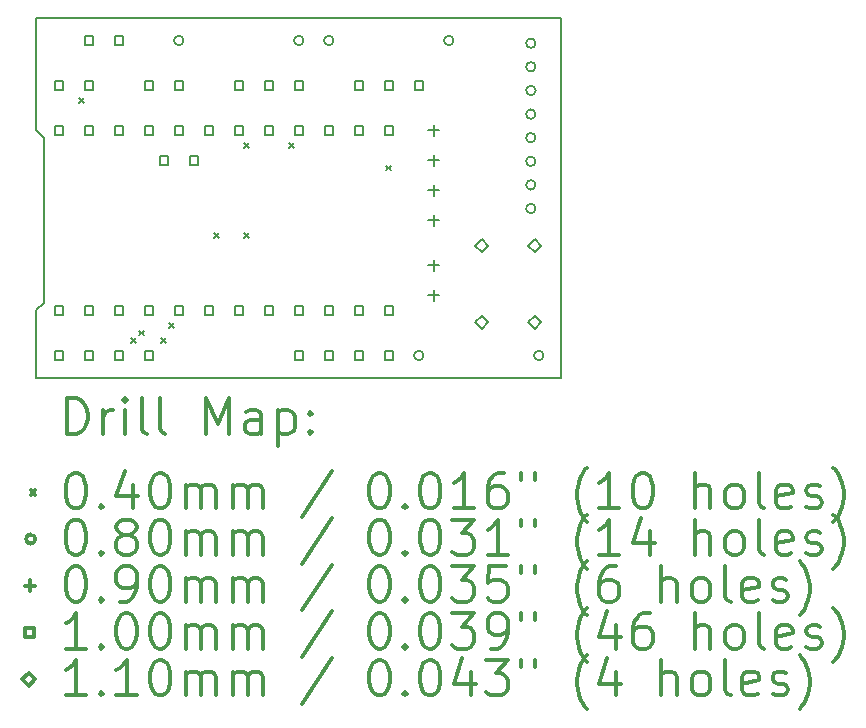
<source format=gbr>
%FSLAX45Y45*%
G04 Gerber Fmt 4.5, Leading zero omitted, Abs format (unit mm)*
G04 Created by KiCad (PCBNEW 4.0.7) date 05/11/18 23:43:44*
%MOMM*%
%LPD*%
G01*
G04 APERTURE LIST*
%ADD10C,0.127000*%
%ADD11C,0.150000*%
%ADD12C,0.200000*%
%ADD13C,0.300000*%
G04 APERTURE END LIST*
D10*
D11*
X10096500Y-5715000D02*
X10096500Y-4762500D01*
X10096500Y-4762500D02*
X14414500Y-4762500D01*
X10096500Y-7239000D02*
X10096500Y-7810500D01*
X10160000Y-5778500D02*
X10096500Y-5715000D01*
X10160000Y-7175500D02*
X10160000Y-5778500D01*
X10096500Y-7239000D02*
X10160000Y-7175500D01*
X14541500Y-7810500D02*
X10096500Y-7810500D01*
X14541500Y-4762500D02*
X14541500Y-7810500D01*
X14478000Y-4762500D02*
X14541500Y-4762500D01*
X14414500Y-4762500D02*
X14478000Y-4762500D01*
D12*
X10457500Y-5441000D02*
X10497500Y-5481000D01*
X10497500Y-5441000D02*
X10457500Y-5481000D01*
X10902000Y-7473000D02*
X10942000Y-7513000D01*
X10942000Y-7473000D02*
X10902000Y-7513000D01*
X10965500Y-7409500D02*
X11005500Y-7449500D01*
X11005500Y-7409500D02*
X10965500Y-7449500D01*
X11156000Y-7473000D02*
X11196000Y-7513000D01*
X11196000Y-7473000D02*
X11156000Y-7513000D01*
X11219500Y-7346000D02*
X11259500Y-7386000D01*
X11259500Y-7346000D02*
X11219500Y-7386000D01*
X11600500Y-6584000D02*
X11640500Y-6624000D01*
X11640500Y-6584000D02*
X11600500Y-6624000D01*
X11854500Y-5822000D02*
X11894500Y-5862000D01*
X11894500Y-5822000D02*
X11854500Y-5862000D01*
X11854500Y-6584000D02*
X11894500Y-6624000D01*
X11894500Y-6584000D02*
X11854500Y-6624000D01*
X12235500Y-5822000D02*
X12275500Y-5862000D01*
X12275500Y-5822000D02*
X12235500Y-5862000D01*
X13061000Y-6012500D02*
X13101000Y-6052500D01*
X13101000Y-6012500D02*
X13061000Y-6052500D01*
X11343000Y-4953000D02*
G75*
G03X11343000Y-4953000I-40000J0D01*
G01*
X12359000Y-4953000D02*
G75*
G03X12359000Y-4953000I-40000J0D01*
G01*
X12613000Y-4953000D02*
G75*
G03X12613000Y-4953000I-40000J0D01*
G01*
X13375000Y-7620000D02*
G75*
G03X13375000Y-7620000I-40000J0D01*
G01*
X13629000Y-4953000D02*
G75*
G03X13629000Y-4953000I-40000J0D01*
G01*
X14323500Y-4976000D02*
G75*
G03X14323500Y-4976000I-40000J0D01*
G01*
X14323500Y-5176000D02*
G75*
G03X14323500Y-5176000I-40000J0D01*
G01*
X14323500Y-5376000D02*
G75*
G03X14323500Y-5376000I-40000J0D01*
G01*
X14323500Y-5576000D02*
G75*
G03X14323500Y-5576000I-40000J0D01*
G01*
X14323500Y-5776000D02*
G75*
G03X14323500Y-5776000I-40000J0D01*
G01*
X14323500Y-5976000D02*
G75*
G03X14323500Y-5976000I-40000J0D01*
G01*
X14323500Y-6176000D02*
G75*
G03X14323500Y-6176000I-40000J0D01*
G01*
X14323500Y-6376000D02*
G75*
G03X14323500Y-6376000I-40000J0D01*
G01*
X14391000Y-7620000D02*
G75*
G03X14391000Y-7620000I-40000J0D01*
G01*
X13462000Y-5670000D02*
X13462000Y-5760000D01*
X13417000Y-5715000D02*
X13507000Y-5715000D01*
X13462000Y-5924000D02*
X13462000Y-6014000D01*
X13417000Y-5969000D02*
X13507000Y-5969000D01*
X13462000Y-6178000D02*
X13462000Y-6268000D01*
X13417000Y-6223000D02*
X13507000Y-6223000D01*
X13462000Y-6432000D02*
X13462000Y-6522000D01*
X13417000Y-6477000D02*
X13507000Y-6477000D01*
X13462000Y-6813000D02*
X13462000Y-6903000D01*
X13417000Y-6858000D02*
X13507000Y-6858000D01*
X13462000Y-7067000D02*
X13462000Y-7157000D01*
X13417000Y-7112000D02*
X13507000Y-7112000D01*
X10322356Y-5369356D02*
X10322356Y-5298644D01*
X10251644Y-5298644D01*
X10251644Y-5369356D01*
X10322356Y-5369356D01*
X10322356Y-5750356D02*
X10322356Y-5679644D01*
X10251644Y-5679644D01*
X10251644Y-5750356D01*
X10322356Y-5750356D01*
X10322356Y-7274356D02*
X10322356Y-7203644D01*
X10251644Y-7203644D01*
X10251644Y-7274356D01*
X10322356Y-7274356D01*
X10322356Y-7655356D02*
X10322356Y-7584644D01*
X10251644Y-7584644D01*
X10251644Y-7655356D01*
X10322356Y-7655356D01*
X10576356Y-4988356D02*
X10576356Y-4917644D01*
X10505644Y-4917644D01*
X10505644Y-4988356D01*
X10576356Y-4988356D01*
X10576356Y-5369356D02*
X10576356Y-5298644D01*
X10505644Y-5298644D01*
X10505644Y-5369356D01*
X10576356Y-5369356D01*
X10576356Y-5750356D02*
X10576356Y-5679644D01*
X10505644Y-5679644D01*
X10505644Y-5750356D01*
X10576356Y-5750356D01*
X10576356Y-7274356D02*
X10576356Y-7203644D01*
X10505644Y-7203644D01*
X10505644Y-7274356D01*
X10576356Y-7274356D01*
X10576356Y-7655356D02*
X10576356Y-7584644D01*
X10505644Y-7584644D01*
X10505644Y-7655356D01*
X10576356Y-7655356D01*
X10830356Y-4988356D02*
X10830356Y-4917644D01*
X10759644Y-4917644D01*
X10759644Y-4988356D01*
X10830356Y-4988356D01*
X10830356Y-5750356D02*
X10830356Y-5679644D01*
X10759644Y-5679644D01*
X10759644Y-5750356D01*
X10830356Y-5750356D01*
X10830356Y-7274356D02*
X10830356Y-7203644D01*
X10759644Y-7203644D01*
X10759644Y-7274356D01*
X10830356Y-7274356D01*
X10830356Y-7655356D02*
X10830356Y-7584644D01*
X10759644Y-7584644D01*
X10759644Y-7655356D01*
X10830356Y-7655356D01*
X11084356Y-5369356D02*
X11084356Y-5298644D01*
X11013644Y-5298644D01*
X11013644Y-5369356D01*
X11084356Y-5369356D01*
X11084356Y-5750356D02*
X11084356Y-5679644D01*
X11013644Y-5679644D01*
X11013644Y-5750356D01*
X11084356Y-5750356D01*
X11084356Y-7274356D02*
X11084356Y-7203644D01*
X11013644Y-7203644D01*
X11013644Y-7274356D01*
X11084356Y-7274356D01*
X11084356Y-7655356D02*
X11084356Y-7584644D01*
X11013644Y-7584644D01*
X11013644Y-7655356D01*
X11084356Y-7655356D01*
X11211356Y-6004356D02*
X11211356Y-5933644D01*
X11140644Y-5933644D01*
X11140644Y-6004356D01*
X11211356Y-6004356D01*
X11338356Y-5369356D02*
X11338356Y-5298644D01*
X11267644Y-5298644D01*
X11267644Y-5369356D01*
X11338356Y-5369356D01*
X11338356Y-5750356D02*
X11338356Y-5679644D01*
X11267644Y-5679644D01*
X11267644Y-5750356D01*
X11338356Y-5750356D01*
X11338356Y-7274356D02*
X11338356Y-7203644D01*
X11267644Y-7203644D01*
X11267644Y-7274356D01*
X11338356Y-7274356D01*
X11465356Y-6004356D02*
X11465356Y-5933644D01*
X11394644Y-5933644D01*
X11394644Y-6004356D01*
X11465356Y-6004356D01*
X11592356Y-5750356D02*
X11592356Y-5679644D01*
X11521644Y-5679644D01*
X11521644Y-5750356D01*
X11592356Y-5750356D01*
X11592356Y-7274356D02*
X11592356Y-7203644D01*
X11521644Y-7203644D01*
X11521644Y-7274356D01*
X11592356Y-7274356D01*
X11846356Y-5369356D02*
X11846356Y-5298644D01*
X11775644Y-5298644D01*
X11775644Y-5369356D01*
X11846356Y-5369356D01*
X11846356Y-5750356D02*
X11846356Y-5679644D01*
X11775644Y-5679644D01*
X11775644Y-5750356D01*
X11846356Y-5750356D01*
X11846356Y-7274356D02*
X11846356Y-7203644D01*
X11775644Y-7203644D01*
X11775644Y-7274356D01*
X11846356Y-7274356D01*
X12100356Y-5369356D02*
X12100356Y-5298644D01*
X12029644Y-5298644D01*
X12029644Y-5369356D01*
X12100356Y-5369356D01*
X12100356Y-5750356D02*
X12100356Y-5679644D01*
X12029644Y-5679644D01*
X12029644Y-5750356D01*
X12100356Y-5750356D01*
X12100356Y-7274356D02*
X12100356Y-7203644D01*
X12029644Y-7203644D01*
X12029644Y-7274356D01*
X12100356Y-7274356D01*
X12354356Y-5369356D02*
X12354356Y-5298644D01*
X12283644Y-5298644D01*
X12283644Y-5369356D01*
X12354356Y-5369356D01*
X12354356Y-5750356D02*
X12354356Y-5679644D01*
X12283644Y-5679644D01*
X12283644Y-5750356D01*
X12354356Y-5750356D01*
X12354356Y-7274356D02*
X12354356Y-7203644D01*
X12283644Y-7203644D01*
X12283644Y-7274356D01*
X12354356Y-7274356D01*
X12354356Y-7655356D02*
X12354356Y-7584644D01*
X12283644Y-7584644D01*
X12283644Y-7655356D01*
X12354356Y-7655356D01*
X12608356Y-5750356D02*
X12608356Y-5679644D01*
X12537644Y-5679644D01*
X12537644Y-5750356D01*
X12608356Y-5750356D01*
X12608356Y-7274356D02*
X12608356Y-7203644D01*
X12537644Y-7203644D01*
X12537644Y-7274356D01*
X12608356Y-7274356D01*
X12608356Y-7655356D02*
X12608356Y-7584644D01*
X12537644Y-7584644D01*
X12537644Y-7655356D01*
X12608356Y-7655356D01*
X12862356Y-5369356D02*
X12862356Y-5298644D01*
X12791644Y-5298644D01*
X12791644Y-5369356D01*
X12862356Y-5369356D01*
X12862356Y-5750356D02*
X12862356Y-5679644D01*
X12791644Y-5679644D01*
X12791644Y-5750356D01*
X12862356Y-5750356D01*
X12862356Y-7274356D02*
X12862356Y-7203644D01*
X12791644Y-7203644D01*
X12791644Y-7274356D01*
X12862356Y-7274356D01*
X12862356Y-7655356D02*
X12862356Y-7584644D01*
X12791644Y-7584644D01*
X12791644Y-7655356D01*
X12862356Y-7655356D01*
X13116356Y-5369356D02*
X13116356Y-5298644D01*
X13045644Y-5298644D01*
X13045644Y-5369356D01*
X13116356Y-5369356D01*
X13116356Y-5750356D02*
X13116356Y-5679644D01*
X13045644Y-5679644D01*
X13045644Y-5750356D01*
X13116356Y-5750356D01*
X13116356Y-7274356D02*
X13116356Y-7203644D01*
X13045644Y-7203644D01*
X13045644Y-7274356D01*
X13116356Y-7274356D01*
X13116356Y-7655356D02*
X13116356Y-7584644D01*
X13045644Y-7584644D01*
X13045644Y-7655356D01*
X13116356Y-7655356D01*
X13370356Y-5369356D02*
X13370356Y-5298644D01*
X13299644Y-5298644D01*
X13299644Y-5369356D01*
X13370356Y-5369356D01*
X13868400Y-6745600D02*
X13923400Y-6690600D01*
X13868400Y-6635600D01*
X13813400Y-6690600D01*
X13868400Y-6745600D01*
X13868400Y-7395600D02*
X13923400Y-7340600D01*
X13868400Y-7285600D01*
X13813400Y-7340600D01*
X13868400Y-7395600D01*
X14318400Y-6745600D02*
X14373400Y-6690600D01*
X14318400Y-6635600D01*
X14263400Y-6690600D01*
X14318400Y-6745600D01*
X14318400Y-7395600D02*
X14373400Y-7340600D01*
X14318400Y-7285600D01*
X14263400Y-7340600D01*
X14318400Y-7395600D01*
D13*
X10360429Y-8283714D02*
X10360429Y-7983714D01*
X10431857Y-7983714D01*
X10474714Y-7998000D01*
X10503286Y-8026571D01*
X10517571Y-8055143D01*
X10531857Y-8112286D01*
X10531857Y-8155143D01*
X10517571Y-8212286D01*
X10503286Y-8240857D01*
X10474714Y-8269429D01*
X10431857Y-8283714D01*
X10360429Y-8283714D01*
X10660429Y-8283714D02*
X10660429Y-8083714D01*
X10660429Y-8140857D02*
X10674714Y-8112286D01*
X10689000Y-8098000D01*
X10717571Y-8083714D01*
X10746143Y-8083714D01*
X10846143Y-8283714D02*
X10846143Y-8083714D01*
X10846143Y-7983714D02*
X10831857Y-7998000D01*
X10846143Y-8012286D01*
X10860429Y-7998000D01*
X10846143Y-7983714D01*
X10846143Y-8012286D01*
X11031857Y-8283714D02*
X11003286Y-8269429D01*
X10989000Y-8240857D01*
X10989000Y-7983714D01*
X11189000Y-8283714D02*
X11160429Y-8269429D01*
X11146143Y-8240857D01*
X11146143Y-7983714D01*
X11531857Y-8283714D02*
X11531857Y-7983714D01*
X11631857Y-8198000D01*
X11731857Y-7983714D01*
X11731857Y-8283714D01*
X12003286Y-8283714D02*
X12003286Y-8126571D01*
X11989000Y-8098000D01*
X11960428Y-8083714D01*
X11903286Y-8083714D01*
X11874714Y-8098000D01*
X12003286Y-8269429D02*
X11974714Y-8283714D01*
X11903286Y-8283714D01*
X11874714Y-8269429D01*
X11860428Y-8240857D01*
X11860428Y-8212286D01*
X11874714Y-8183714D01*
X11903286Y-8169429D01*
X11974714Y-8169429D01*
X12003286Y-8155143D01*
X12146143Y-8083714D02*
X12146143Y-8383714D01*
X12146143Y-8098000D02*
X12174714Y-8083714D01*
X12231857Y-8083714D01*
X12260428Y-8098000D01*
X12274714Y-8112286D01*
X12289000Y-8140857D01*
X12289000Y-8226571D01*
X12274714Y-8255143D01*
X12260428Y-8269429D01*
X12231857Y-8283714D01*
X12174714Y-8283714D01*
X12146143Y-8269429D01*
X12417571Y-8255143D02*
X12431857Y-8269429D01*
X12417571Y-8283714D01*
X12403286Y-8269429D01*
X12417571Y-8255143D01*
X12417571Y-8283714D01*
X12417571Y-8098000D02*
X12431857Y-8112286D01*
X12417571Y-8126571D01*
X12403286Y-8112286D01*
X12417571Y-8098000D01*
X12417571Y-8126571D01*
X10049000Y-8758000D02*
X10089000Y-8798000D01*
X10089000Y-8758000D02*
X10049000Y-8798000D01*
X10417571Y-8613714D02*
X10446143Y-8613714D01*
X10474714Y-8628000D01*
X10489000Y-8642286D01*
X10503286Y-8670857D01*
X10517571Y-8728000D01*
X10517571Y-8799429D01*
X10503286Y-8856572D01*
X10489000Y-8885143D01*
X10474714Y-8899429D01*
X10446143Y-8913714D01*
X10417571Y-8913714D01*
X10389000Y-8899429D01*
X10374714Y-8885143D01*
X10360429Y-8856572D01*
X10346143Y-8799429D01*
X10346143Y-8728000D01*
X10360429Y-8670857D01*
X10374714Y-8642286D01*
X10389000Y-8628000D01*
X10417571Y-8613714D01*
X10646143Y-8885143D02*
X10660429Y-8899429D01*
X10646143Y-8913714D01*
X10631857Y-8899429D01*
X10646143Y-8885143D01*
X10646143Y-8913714D01*
X10917571Y-8713714D02*
X10917571Y-8913714D01*
X10846143Y-8599429D02*
X10774714Y-8813714D01*
X10960428Y-8813714D01*
X11131857Y-8613714D02*
X11160429Y-8613714D01*
X11189000Y-8628000D01*
X11203286Y-8642286D01*
X11217571Y-8670857D01*
X11231857Y-8728000D01*
X11231857Y-8799429D01*
X11217571Y-8856572D01*
X11203286Y-8885143D01*
X11189000Y-8899429D01*
X11160429Y-8913714D01*
X11131857Y-8913714D01*
X11103286Y-8899429D01*
X11089000Y-8885143D01*
X11074714Y-8856572D01*
X11060429Y-8799429D01*
X11060429Y-8728000D01*
X11074714Y-8670857D01*
X11089000Y-8642286D01*
X11103286Y-8628000D01*
X11131857Y-8613714D01*
X11360428Y-8913714D02*
X11360428Y-8713714D01*
X11360428Y-8742286D02*
X11374714Y-8728000D01*
X11403286Y-8713714D01*
X11446143Y-8713714D01*
X11474714Y-8728000D01*
X11489000Y-8756572D01*
X11489000Y-8913714D01*
X11489000Y-8756572D02*
X11503286Y-8728000D01*
X11531857Y-8713714D01*
X11574714Y-8713714D01*
X11603286Y-8728000D01*
X11617571Y-8756572D01*
X11617571Y-8913714D01*
X11760428Y-8913714D02*
X11760428Y-8713714D01*
X11760428Y-8742286D02*
X11774714Y-8728000D01*
X11803286Y-8713714D01*
X11846143Y-8713714D01*
X11874714Y-8728000D01*
X11889000Y-8756572D01*
X11889000Y-8913714D01*
X11889000Y-8756572D02*
X11903286Y-8728000D01*
X11931857Y-8713714D01*
X11974714Y-8713714D01*
X12003286Y-8728000D01*
X12017571Y-8756572D01*
X12017571Y-8913714D01*
X12603286Y-8599429D02*
X12346143Y-8985143D01*
X12989000Y-8613714D02*
X13017571Y-8613714D01*
X13046143Y-8628000D01*
X13060428Y-8642286D01*
X13074714Y-8670857D01*
X13089000Y-8728000D01*
X13089000Y-8799429D01*
X13074714Y-8856572D01*
X13060428Y-8885143D01*
X13046143Y-8899429D01*
X13017571Y-8913714D01*
X12989000Y-8913714D01*
X12960428Y-8899429D01*
X12946143Y-8885143D01*
X12931857Y-8856572D01*
X12917571Y-8799429D01*
X12917571Y-8728000D01*
X12931857Y-8670857D01*
X12946143Y-8642286D01*
X12960428Y-8628000D01*
X12989000Y-8613714D01*
X13217571Y-8885143D02*
X13231857Y-8899429D01*
X13217571Y-8913714D01*
X13203286Y-8899429D01*
X13217571Y-8885143D01*
X13217571Y-8913714D01*
X13417571Y-8613714D02*
X13446143Y-8613714D01*
X13474714Y-8628000D01*
X13489000Y-8642286D01*
X13503285Y-8670857D01*
X13517571Y-8728000D01*
X13517571Y-8799429D01*
X13503285Y-8856572D01*
X13489000Y-8885143D01*
X13474714Y-8899429D01*
X13446143Y-8913714D01*
X13417571Y-8913714D01*
X13389000Y-8899429D01*
X13374714Y-8885143D01*
X13360428Y-8856572D01*
X13346143Y-8799429D01*
X13346143Y-8728000D01*
X13360428Y-8670857D01*
X13374714Y-8642286D01*
X13389000Y-8628000D01*
X13417571Y-8613714D01*
X13803285Y-8913714D02*
X13631857Y-8913714D01*
X13717571Y-8913714D02*
X13717571Y-8613714D01*
X13689000Y-8656572D01*
X13660428Y-8685143D01*
X13631857Y-8699429D01*
X14060428Y-8613714D02*
X14003285Y-8613714D01*
X13974714Y-8628000D01*
X13960428Y-8642286D01*
X13931857Y-8685143D01*
X13917571Y-8742286D01*
X13917571Y-8856572D01*
X13931857Y-8885143D01*
X13946143Y-8899429D01*
X13974714Y-8913714D01*
X14031857Y-8913714D01*
X14060428Y-8899429D01*
X14074714Y-8885143D01*
X14089000Y-8856572D01*
X14089000Y-8785143D01*
X14074714Y-8756572D01*
X14060428Y-8742286D01*
X14031857Y-8728000D01*
X13974714Y-8728000D01*
X13946143Y-8742286D01*
X13931857Y-8756572D01*
X13917571Y-8785143D01*
X14203286Y-8613714D02*
X14203286Y-8670857D01*
X14317571Y-8613714D02*
X14317571Y-8670857D01*
X14760428Y-9028000D02*
X14746143Y-9013714D01*
X14717571Y-8970857D01*
X14703285Y-8942286D01*
X14689000Y-8899429D01*
X14674714Y-8828000D01*
X14674714Y-8770857D01*
X14689000Y-8699429D01*
X14703285Y-8656572D01*
X14717571Y-8628000D01*
X14746143Y-8585143D01*
X14760428Y-8570857D01*
X15031857Y-8913714D02*
X14860428Y-8913714D01*
X14946143Y-8913714D02*
X14946143Y-8613714D01*
X14917571Y-8656572D01*
X14889000Y-8685143D01*
X14860428Y-8699429D01*
X15217571Y-8613714D02*
X15246143Y-8613714D01*
X15274714Y-8628000D01*
X15289000Y-8642286D01*
X15303285Y-8670857D01*
X15317571Y-8728000D01*
X15317571Y-8799429D01*
X15303285Y-8856572D01*
X15289000Y-8885143D01*
X15274714Y-8899429D01*
X15246143Y-8913714D01*
X15217571Y-8913714D01*
X15189000Y-8899429D01*
X15174714Y-8885143D01*
X15160428Y-8856572D01*
X15146143Y-8799429D01*
X15146143Y-8728000D01*
X15160428Y-8670857D01*
X15174714Y-8642286D01*
X15189000Y-8628000D01*
X15217571Y-8613714D01*
X15674714Y-8913714D02*
X15674714Y-8613714D01*
X15803285Y-8913714D02*
X15803285Y-8756572D01*
X15789000Y-8728000D01*
X15760428Y-8713714D01*
X15717571Y-8713714D01*
X15689000Y-8728000D01*
X15674714Y-8742286D01*
X15989000Y-8913714D02*
X15960428Y-8899429D01*
X15946143Y-8885143D01*
X15931857Y-8856572D01*
X15931857Y-8770857D01*
X15946143Y-8742286D01*
X15960428Y-8728000D01*
X15989000Y-8713714D01*
X16031857Y-8713714D01*
X16060428Y-8728000D01*
X16074714Y-8742286D01*
X16089000Y-8770857D01*
X16089000Y-8856572D01*
X16074714Y-8885143D01*
X16060428Y-8899429D01*
X16031857Y-8913714D01*
X15989000Y-8913714D01*
X16260428Y-8913714D02*
X16231857Y-8899429D01*
X16217571Y-8870857D01*
X16217571Y-8613714D01*
X16489000Y-8899429D02*
X16460428Y-8913714D01*
X16403286Y-8913714D01*
X16374714Y-8899429D01*
X16360428Y-8870857D01*
X16360428Y-8756572D01*
X16374714Y-8728000D01*
X16403286Y-8713714D01*
X16460428Y-8713714D01*
X16489000Y-8728000D01*
X16503286Y-8756572D01*
X16503286Y-8785143D01*
X16360428Y-8813714D01*
X16617571Y-8899429D02*
X16646143Y-8913714D01*
X16703286Y-8913714D01*
X16731857Y-8899429D01*
X16746143Y-8870857D01*
X16746143Y-8856572D01*
X16731857Y-8828000D01*
X16703286Y-8813714D01*
X16660428Y-8813714D01*
X16631857Y-8799429D01*
X16617571Y-8770857D01*
X16617571Y-8756572D01*
X16631857Y-8728000D01*
X16660428Y-8713714D01*
X16703286Y-8713714D01*
X16731857Y-8728000D01*
X16846143Y-9028000D02*
X16860429Y-9013714D01*
X16889000Y-8970857D01*
X16903286Y-8942286D01*
X16917571Y-8899429D01*
X16931857Y-8828000D01*
X16931857Y-8770857D01*
X16917571Y-8699429D01*
X16903286Y-8656572D01*
X16889000Y-8628000D01*
X16860429Y-8585143D01*
X16846143Y-8570857D01*
X10089000Y-9174000D02*
G75*
G03X10089000Y-9174000I-40000J0D01*
G01*
X10417571Y-9009714D02*
X10446143Y-9009714D01*
X10474714Y-9024000D01*
X10489000Y-9038286D01*
X10503286Y-9066857D01*
X10517571Y-9124000D01*
X10517571Y-9195429D01*
X10503286Y-9252572D01*
X10489000Y-9281143D01*
X10474714Y-9295429D01*
X10446143Y-9309714D01*
X10417571Y-9309714D01*
X10389000Y-9295429D01*
X10374714Y-9281143D01*
X10360429Y-9252572D01*
X10346143Y-9195429D01*
X10346143Y-9124000D01*
X10360429Y-9066857D01*
X10374714Y-9038286D01*
X10389000Y-9024000D01*
X10417571Y-9009714D01*
X10646143Y-9281143D02*
X10660429Y-9295429D01*
X10646143Y-9309714D01*
X10631857Y-9295429D01*
X10646143Y-9281143D01*
X10646143Y-9309714D01*
X10831857Y-9138286D02*
X10803286Y-9124000D01*
X10789000Y-9109714D01*
X10774714Y-9081143D01*
X10774714Y-9066857D01*
X10789000Y-9038286D01*
X10803286Y-9024000D01*
X10831857Y-9009714D01*
X10889000Y-9009714D01*
X10917571Y-9024000D01*
X10931857Y-9038286D01*
X10946143Y-9066857D01*
X10946143Y-9081143D01*
X10931857Y-9109714D01*
X10917571Y-9124000D01*
X10889000Y-9138286D01*
X10831857Y-9138286D01*
X10803286Y-9152572D01*
X10789000Y-9166857D01*
X10774714Y-9195429D01*
X10774714Y-9252572D01*
X10789000Y-9281143D01*
X10803286Y-9295429D01*
X10831857Y-9309714D01*
X10889000Y-9309714D01*
X10917571Y-9295429D01*
X10931857Y-9281143D01*
X10946143Y-9252572D01*
X10946143Y-9195429D01*
X10931857Y-9166857D01*
X10917571Y-9152572D01*
X10889000Y-9138286D01*
X11131857Y-9009714D02*
X11160429Y-9009714D01*
X11189000Y-9024000D01*
X11203286Y-9038286D01*
X11217571Y-9066857D01*
X11231857Y-9124000D01*
X11231857Y-9195429D01*
X11217571Y-9252572D01*
X11203286Y-9281143D01*
X11189000Y-9295429D01*
X11160429Y-9309714D01*
X11131857Y-9309714D01*
X11103286Y-9295429D01*
X11089000Y-9281143D01*
X11074714Y-9252572D01*
X11060429Y-9195429D01*
X11060429Y-9124000D01*
X11074714Y-9066857D01*
X11089000Y-9038286D01*
X11103286Y-9024000D01*
X11131857Y-9009714D01*
X11360428Y-9309714D02*
X11360428Y-9109714D01*
X11360428Y-9138286D02*
X11374714Y-9124000D01*
X11403286Y-9109714D01*
X11446143Y-9109714D01*
X11474714Y-9124000D01*
X11489000Y-9152572D01*
X11489000Y-9309714D01*
X11489000Y-9152572D02*
X11503286Y-9124000D01*
X11531857Y-9109714D01*
X11574714Y-9109714D01*
X11603286Y-9124000D01*
X11617571Y-9152572D01*
X11617571Y-9309714D01*
X11760428Y-9309714D02*
X11760428Y-9109714D01*
X11760428Y-9138286D02*
X11774714Y-9124000D01*
X11803286Y-9109714D01*
X11846143Y-9109714D01*
X11874714Y-9124000D01*
X11889000Y-9152572D01*
X11889000Y-9309714D01*
X11889000Y-9152572D02*
X11903286Y-9124000D01*
X11931857Y-9109714D01*
X11974714Y-9109714D01*
X12003286Y-9124000D01*
X12017571Y-9152572D01*
X12017571Y-9309714D01*
X12603286Y-8995429D02*
X12346143Y-9381143D01*
X12989000Y-9009714D02*
X13017571Y-9009714D01*
X13046143Y-9024000D01*
X13060428Y-9038286D01*
X13074714Y-9066857D01*
X13089000Y-9124000D01*
X13089000Y-9195429D01*
X13074714Y-9252572D01*
X13060428Y-9281143D01*
X13046143Y-9295429D01*
X13017571Y-9309714D01*
X12989000Y-9309714D01*
X12960428Y-9295429D01*
X12946143Y-9281143D01*
X12931857Y-9252572D01*
X12917571Y-9195429D01*
X12917571Y-9124000D01*
X12931857Y-9066857D01*
X12946143Y-9038286D01*
X12960428Y-9024000D01*
X12989000Y-9009714D01*
X13217571Y-9281143D02*
X13231857Y-9295429D01*
X13217571Y-9309714D01*
X13203286Y-9295429D01*
X13217571Y-9281143D01*
X13217571Y-9309714D01*
X13417571Y-9009714D02*
X13446143Y-9009714D01*
X13474714Y-9024000D01*
X13489000Y-9038286D01*
X13503285Y-9066857D01*
X13517571Y-9124000D01*
X13517571Y-9195429D01*
X13503285Y-9252572D01*
X13489000Y-9281143D01*
X13474714Y-9295429D01*
X13446143Y-9309714D01*
X13417571Y-9309714D01*
X13389000Y-9295429D01*
X13374714Y-9281143D01*
X13360428Y-9252572D01*
X13346143Y-9195429D01*
X13346143Y-9124000D01*
X13360428Y-9066857D01*
X13374714Y-9038286D01*
X13389000Y-9024000D01*
X13417571Y-9009714D01*
X13617571Y-9009714D02*
X13803285Y-9009714D01*
X13703285Y-9124000D01*
X13746143Y-9124000D01*
X13774714Y-9138286D01*
X13789000Y-9152572D01*
X13803285Y-9181143D01*
X13803285Y-9252572D01*
X13789000Y-9281143D01*
X13774714Y-9295429D01*
X13746143Y-9309714D01*
X13660428Y-9309714D01*
X13631857Y-9295429D01*
X13617571Y-9281143D01*
X14089000Y-9309714D02*
X13917571Y-9309714D01*
X14003285Y-9309714D02*
X14003285Y-9009714D01*
X13974714Y-9052572D01*
X13946143Y-9081143D01*
X13917571Y-9095429D01*
X14203286Y-9009714D02*
X14203286Y-9066857D01*
X14317571Y-9009714D02*
X14317571Y-9066857D01*
X14760428Y-9424000D02*
X14746143Y-9409714D01*
X14717571Y-9366857D01*
X14703285Y-9338286D01*
X14689000Y-9295429D01*
X14674714Y-9224000D01*
X14674714Y-9166857D01*
X14689000Y-9095429D01*
X14703285Y-9052572D01*
X14717571Y-9024000D01*
X14746143Y-8981143D01*
X14760428Y-8966857D01*
X15031857Y-9309714D02*
X14860428Y-9309714D01*
X14946143Y-9309714D02*
X14946143Y-9009714D01*
X14917571Y-9052572D01*
X14889000Y-9081143D01*
X14860428Y-9095429D01*
X15289000Y-9109714D02*
X15289000Y-9309714D01*
X15217571Y-8995429D02*
X15146143Y-9209714D01*
X15331857Y-9209714D01*
X15674714Y-9309714D02*
X15674714Y-9009714D01*
X15803285Y-9309714D02*
X15803285Y-9152572D01*
X15789000Y-9124000D01*
X15760428Y-9109714D01*
X15717571Y-9109714D01*
X15689000Y-9124000D01*
X15674714Y-9138286D01*
X15989000Y-9309714D02*
X15960428Y-9295429D01*
X15946143Y-9281143D01*
X15931857Y-9252572D01*
X15931857Y-9166857D01*
X15946143Y-9138286D01*
X15960428Y-9124000D01*
X15989000Y-9109714D01*
X16031857Y-9109714D01*
X16060428Y-9124000D01*
X16074714Y-9138286D01*
X16089000Y-9166857D01*
X16089000Y-9252572D01*
X16074714Y-9281143D01*
X16060428Y-9295429D01*
X16031857Y-9309714D01*
X15989000Y-9309714D01*
X16260428Y-9309714D02*
X16231857Y-9295429D01*
X16217571Y-9266857D01*
X16217571Y-9009714D01*
X16489000Y-9295429D02*
X16460428Y-9309714D01*
X16403286Y-9309714D01*
X16374714Y-9295429D01*
X16360428Y-9266857D01*
X16360428Y-9152572D01*
X16374714Y-9124000D01*
X16403286Y-9109714D01*
X16460428Y-9109714D01*
X16489000Y-9124000D01*
X16503286Y-9152572D01*
X16503286Y-9181143D01*
X16360428Y-9209714D01*
X16617571Y-9295429D02*
X16646143Y-9309714D01*
X16703286Y-9309714D01*
X16731857Y-9295429D01*
X16746143Y-9266857D01*
X16746143Y-9252572D01*
X16731857Y-9224000D01*
X16703286Y-9209714D01*
X16660428Y-9209714D01*
X16631857Y-9195429D01*
X16617571Y-9166857D01*
X16617571Y-9152572D01*
X16631857Y-9124000D01*
X16660428Y-9109714D01*
X16703286Y-9109714D01*
X16731857Y-9124000D01*
X16846143Y-9424000D02*
X16860429Y-9409714D01*
X16889000Y-9366857D01*
X16903286Y-9338286D01*
X16917571Y-9295429D01*
X16931857Y-9224000D01*
X16931857Y-9166857D01*
X16917571Y-9095429D01*
X16903286Y-9052572D01*
X16889000Y-9024000D01*
X16860429Y-8981143D01*
X16846143Y-8966857D01*
X10044000Y-9525000D02*
X10044000Y-9615000D01*
X9999000Y-9570000D02*
X10089000Y-9570000D01*
X10417571Y-9405714D02*
X10446143Y-9405714D01*
X10474714Y-9420000D01*
X10489000Y-9434286D01*
X10503286Y-9462857D01*
X10517571Y-9520000D01*
X10517571Y-9591429D01*
X10503286Y-9648572D01*
X10489000Y-9677143D01*
X10474714Y-9691429D01*
X10446143Y-9705714D01*
X10417571Y-9705714D01*
X10389000Y-9691429D01*
X10374714Y-9677143D01*
X10360429Y-9648572D01*
X10346143Y-9591429D01*
X10346143Y-9520000D01*
X10360429Y-9462857D01*
X10374714Y-9434286D01*
X10389000Y-9420000D01*
X10417571Y-9405714D01*
X10646143Y-9677143D02*
X10660429Y-9691429D01*
X10646143Y-9705714D01*
X10631857Y-9691429D01*
X10646143Y-9677143D01*
X10646143Y-9705714D01*
X10803286Y-9705714D02*
X10860428Y-9705714D01*
X10889000Y-9691429D01*
X10903286Y-9677143D01*
X10931857Y-9634286D01*
X10946143Y-9577143D01*
X10946143Y-9462857D01*
X10931857Y-9434286D01*
X10917571Y-9420000D01*
X10889000Y-9405714D01*
X10831857Y-9405714D01*
X10803286Y-9420000D01*
X10789000Y-9434286D01*
X10774714Y-9462857D01*
X10774714Y-9534286D01*
X10789000Y-9562857D01*
X10803286Y-9577143D01*
X10831857Y-9591429D01*
X10889000Y-9591429D01*
X10917571Y-9577143D01*
X10931857Y-9562857D01*
X10946143Y-9534286D01*
X11131857Y-9405714D02*
X11160429Y-9405714D01*
X11189000Y-9420000D01*
X11203286Y-9434286D01*
X11217571Y-9462857D01*
X11231857Y-9520000D01*
X11231857Y-9591429D01*
X11217571Y-9648572D01*
X11203286Y-9677143D01*
X11189000Y-9691429D01*
X11160429Y-9705714D01*
X11131857Y-9705714D01*
X11103286Y-9691429D01*
X11089000Y-9677143D01*
X11074714Y-9648572D01*
X11060429Y-9591429D01*
X11060429Y-9520000D01*
X11074714Y-9462857D01*
X11089000Y-9434286D01*
X11103286Y-9420000D01*
X11131857Y-9405714D01*
X11360428Y-9705714D02*
X11360428Y-9505714D01*
X11360428Y-9534286D02*
X11374714Y-9520000D01*
X11403286Y-9505714D01*
X11446143Y-9505714D01*
X11474714Y-9520000D01*
X11489000Y-9548572D01*
X11489000Y-9705714D01*
X11489000Y-9548572D02*
X11503286Y-9520000D01*
X11531857Y-9505714D01*
X11574714Y-9505714D01*
X11603286Y-9520000D01*
X11617571Y-9548572D01*
X11617571Y-9705714D01*
X11760428Y-9705714D02*
X11760428Y-9505714D01*
X11760428Y-9534286D02*
X11774714Y-9520000D01*
X11803286Y-9505714D01*
X11846143Y-9505714D01*
X11874714Y-9520000D01*
X11889000Y-9548572D01*
X11889000Y-9705714D01*
X11889000Y-9548572D02*
X11903286Y-9520000D01*
X11931857Y-9505714D01*
X11974714Y-9505714D01*
X12003286Y-9520000D01*
X12017571Y-9548572D01*
X12017571Y-9705714D01*
X12603286Y-9391429D02*
X12346143Y-9777143D01*
X12989000Y-9405714D02*
X13017571Y-9405714D01*
X13046143Y-9420000D01*
X13060428Y-9434286D01*
X13074714Y-9462857D01*
X13089000Y-9520000D01*
X13089000Y-9591429D01*
X13074714Y-9648572D01*
X13060428Y-9677143D01*
X13046143Y-9691429D01*
X13017571Y-9705714D01*
X12989000Y-9705714D01*
X12960428Y-9691429D01*
X12946143Y-9677143D01*
X12931857Y-9648572D01*
X12917571Y-9591429D01*
X12917571Y-9520000D01*
X12931857Y-9462857D01*
X12946143Y-9434286D01*
X12960428Y-9420000D01*
X12989000Y-9405714D01*
X13217571Y-9677143D02*
X13231857Y-9691429D01*
X13217571Y-9705714D01*
X13203286Y-9691429D01*
X13217571Y-9677143D01*
X13217571Y-9705714D01*
X13417571Y-9405714D02*
X13446143Y-9405714D01*
X13474714Y-9420000D01*
X13489000Y-9434286D01*
X13503285Y-9462857D01*
X13517571Y-9520000D01*
X13517571Y-9591429D01*
X13503285Y-9648572D01*
X13489000Y-9677143D01*
X13474714Y-9691429D01*
X13446143Y-9705714D01*
X13417571Y-9705714D01*
X13389000Y-9691429D01*
X13374714Y-9677143D01*
X13360428Y-9648572D01*
X13346143Y-9591429D01*
X13346143Y-9520000D01*
X13360428Y-9462857D01*
X13374714Y-9434286D01*
X13389000Y-9420000D01*
X13417571Y-9405714D01*
X13617571Y-9405714D02*
X13803285Y-9405714D01*
X13703285Y-9520000D01*
X13746143Y-9520000D01*
X13774714Y-9534286D01*
X13789000Y-9548572D01*
X13803285Y-9577143D01*
X13803285Y-9648572D01*
X13789000Y-9677143D01*
X13774714Y-9691429D01*
X13746143Y-9705714D01*
X13660428Y-9705714D01*
X13631857Y-9691429D01*
X13617571Y-9677143D01*
X14074714Y-9405714D02*
X13931857Y-9405714D01*
X13917571Y-9548572D01*
X13931857Y-9534286D01*
X13960428Y-9520000D01*
X14031857Y-9520000D01*
X14060428Y-9534286D01*
X14074714Y-9548572D01*
X14089000Y-9577143D01*
X14089000Y-9648572D01*
X14074714Y-9677143D01*
X14060428Y-9691429D01*
X14031857Y-9705714D01*
X13960428Y-9705714D01*
X13931857Y-9691429D01*
X13917571Y-9677143D01*
X14203286Y-9405714D02*
X14203286Y-9462857D01*
X14317571Y-9405714D02*
X14317571Y-9462857D01*
X14760428Y-9820000D02*
X14746143Y-9805714D01*
X14717571Y-9762857D01*
X14703285Y-9734286D01*
X14689000Y-9691429D01*
X14674714Y-9620000D01*
X14674714Y-9562857D01*
X14689000Y-9491429D01*
X14703285Y-9448572D01*
X14717571Y-9420000D01*
X14746143Y-9377143D01*
X14760428Y-9362857D01*
X15003285Y-9405714D02*
X14946143Y-9405714D01*
X14917571Y-9420000D01*
X14903285Y-9434286D01*
X14874714Y-9477143D01*
X14860428Y-9534286D01*
X14860428Y-9648572D01*
X14874714Y-9677143D01*
X14889000Y-9691429D01*
X14917571Y-9705714D01*
X14974714Y-9705714D01*
X15003285Y-9691429D01*
X15017571Y-9677143D01*
X15031857Y-9648572D01*
X15031857Y-9577143D01*
X15017571Y-9548572D01*
X15003285Y-9534286D01*
X14974714Y-9520000D01*
X14917571Y-9520000D01*
X14889000Y-9534286D01*
X14874714Y-9548572D01*
X14860428Y-9577143D01*
X15389000Y-9705714D02*
X15389000Y-9405714D01*
X15517571Y-9705714D02*
X15517571Y-9548572D01*
X15503285Y-9520000D01*
X15474714Y-9505714D01*
X15431857Y-9505714D01*
X15403285Y-9520000D01*
X15389000Y-9534286D01*
X15703285Y-9705714D02*
X15674714Y-9691429D01*
X15660428Y-9677143D01*
X15646143Y-9648572D01*
X15646143Y-9562857D01*
X15660428Y-9534286D01*
X15674714Y-9520000D01*
X15703285Y-9505714D01*
X15746143Y-9505714D01*
X15774714Y-9520000D01*
X15789000Y-9534286D01*
X15803285Y-9562857D01*
X15803285Y-9648572D01*
X15789000Y-9677143D01*
X15774714Y-9691429D01*
X15746143Y-9705714D01*
X15703285Y-9705714D01*
X15974714Y-9705714D02*
X15946143Y-9691429D01*
X15931857Y-9662857D01*
X15931857Y-9405714D01*
X16203286Y-9691429D02*
X16174714Y-9705714D01*
X16117571Y-9705714D01*
X16089000Y-9691429D01*
X16074714Y-9662857D01*
X16074714Y-9548572D01*
X16089000Y-9520000D01*
X16117571Y-9505714D01*
X16174714Y-9505714D01*
X16203286Y-9520000D01*
X16217571Y-9548572D01*
X16217571Y-9577143D01*
X16074714Y-9605714D01*
X16331857Y-9691429D02*
X16360428Y-9705714D01*
X16417571Y-9705714D01*
X16446143Y-9691429D01*
X16460428Y-9662857D01*
X16460428Y-9648572D01*
X16446143Y-9620000D01*
X16417571Y-9605714D01*
X16374714Y-9605714D01*
X16346143Y-9591429D01*
X16331857Y-9562857D01*
X16331857Y-9548572D01*
X16346143Y-9520000D01*
X16374714Y-9505714D01*
X16417571Y-9505714D01*
X16446143Y-9520000D01*
X16560428Y-9820000D02*
X16574714Y-9805714D01*
X16603286Y-9762857D01*
X16617571Y-9734286D01*
X16631857Y-9691429D01*
X16646143Y-9620000D01*
X16646143Y-9562857D01*
X16631857Y-9491429D01*
X16617571Y-9448572D01*
X16603286Y-9420000D01*
X16574714Y-9377143D01*
X16560428Y-9362857D01*
X10074356Y-10001356D02*
X10074356Y-9930644D01*
X10003644Y-9930644D01*
X10003644Y-10001356D01*
X10074356Y-10001356D01*
X10517571Y-10101714D02*
X10346143Y-10101714D01*
X10431857Y-10101714D02*
X10431857Y-9801714D01*
X10403286Y-9844572D01*
X10374714Y-9873143D01*
X10346143Y-9887429D01*
X10646143Y-10073143D02*
X10660429Y-10087429D01*
X10646143Y-10101714D01*
X10631857Y-10087429D01*
X10646143Y-10073143D01*
X10646143Y-10101714D01*
X10846143Y-9801714D02*
X10874714Y-9801714D01*
X10903286Y-9816000D01*
X10917571Y-9830286D01*
X10931857Y-9858857D01*
X10946143Y-9916000D01*
X10946143Y-9987429D01*
X10931857Y-10044572D01*
X10917571Y-10073143D01*
X10903286Y-10087429D01*
X10874714Y-10101714D01*
X10846143Y-10101714D01*
X10817571Y-10087429D01*
X10803286Y-10073143D01*
X10789000Y-10044572D01*
X10774714Y-9987429D01*
X10774714Y-9916000D01*
X10789000Y-9858857D01*
X10803286Y-9830286D01*
X10817571Y-9816000D01*
X10846143Y-9801714D01*
X11131857Y-9801714D02*
X11160429Y-9801714D01*
X11189000Y-9816000D01*
X11203286Y-9830286D01*
X11217571Y-9858857D01*
X11231857Y-9916000D01*
X11231857Y-9987429D01*
X11217571Y-10044572D01*
X11203286Y-10073143D01*
X11189000Y-10087429D01*
X11160429Y-10101714D01*
X11131857Y-10101714D01*
X11103286Y-10087429D01*
X11089000Y-10073143D01*
X11074714Y-10044572D01*
X11060429Y-9987429D01*
X11060429Y-9916000D01*
X11074714Y-9858857D01*
X11089000Y-9830286D01*
X11103286Y-9816000D01*
X11131857Y-9801714D01*
X11360428Y-10101714D02*
X11360428Y-9901714D01*
X11360428Y-9930286D02*
X11374714Y-9916000D01*
X11403286Y-9901714D01*
X11446143Y-9901714D01*
X11474714Y-9916000D01*
X11489000Y-9944572D01*
X11489000Y-10101714D01*
X11489000Y-9944572D02*
X11503286Y-9916000D01*
X11531857Y-9901714D01*
X11574714Y-9901714D01*
X11603286Y-9916000D01*
X11617571Y-9944572D01*
X11617571Y-10101714D01*
X11760428Y-10101714D02*
X11760428Y-9901714D01*
X11760428Y-9930286D02*
X11774714Y-9916000D01*
X11803286Y-9901714D01*
X11846143Y-9901714D01*
X11874714Y-9916000D01*
X11889000Y-9944572D01*
X11889000Y-10101714D01*
X11889000Y-9944572D02*
X11903286Y-9916000D01*
X11931857Y-9901714D01*
X11974714Y-9901714D01*
X12003286Y-9916000D01*
X12017571Y-9944572D01*
X12017571Y-10101714D01*
X12603286Y-9787429D02*
X12346143Y-10173143D01*
X12989000Y-9801714D02*
X13017571Y-9801714D01*
X13046143Y-9816000D01*
X13060428Y-9830286D01*
X13074714Y-9858857D01*
X13089000Y-9916000D01*
X13089000Y-9987429D01*
X13074714Y-10044572D01*
X13060428Y-10073143D01*
X13046143Y-10087429D01*
X13017571Y-10101714D01*
X12989000Y-10101714D01*
X12960428Y-10087429D01*
X12946143Y-10073143D01*
X12931857Y-10044572D01*
X12917571Y-9987429D01*
X12917571Y-9916000D01*
X12931857Y-9858857D01*
X12946143Y-9830286D01*
X12960428Y-9816000D01*
X12989000Y-9801714D01*
X13217571Y-10073143D02*
X13231857Y-10087429D01*
X13217571Y-10101714D01*
X13203286Y-10087429D01*
X13217571Y-10073143D01*
X13217571Y-10101714D01*
X13417571Y-9801714D02*
X13446143Y-9801714D01*
X13474714Y-9816000D01*
X13489000Y-9830286D01*
X13503285Y-9858857D01*
X13517571Y-9916000D01*
X13517571Y-9987429D01*
X13503285Y-10044572D01*
X13489000Y-10073143D01*
X13474714Y-10087429D01*
X13446143Y-10101714D01*
X13417571Y-10101714D01*
X13389000Y-10087429D01*
X13374714Y-10073143D01*
X13360428Y-10044572D01*
X13346143Y-9987429D01*
X13346143Y-9916000D01*
X13360428Y-9858857D01*
X13374714Y-9830286D01*
X13389000Y-9816000D01*
X13417571Y-9801714D01*
X13617571Y-9801714D02*
X13803285Y-9801714D01*
X13703285Y-9916000D01*
X13746143Y-9916000D01*
X13774714Y-9930286D01*
X13789000Y-9944572D01*
X13803285Y-9973143D01*
X13803285Y-10044572D01*
X13789000Y-10073143D01*
X13774714Y-10087429D01*
X13746143Y-10101714D01*
X13660428Y-10101714D01*
X13631857Y-10087429D01*
X13617571Y-10073143D01*
X13946143Y-10101714D02*
X14003285Y-10101714D01*
X14031857Y-10087429D01*
X14046143Y-10073143D01*
X14074714Y-10030286D01*
X14089000Y-9973143D01*
X14089000Y-9858857D01*
X14074714Y-9830286D01*
X14060428Y-9816000D01*
X14031857Y-9801714D01*
X13974714Y-9801714D01*
X13946143Y-9816000D01*
X13931857Y-9830286D01*
X13917571Y-9858857D01*
X13917571Y-9930286D01*
X13931857Y-9958857D01*
X13946143Y-9973143D01*
X13974714Y-9987429D01*
X14031857Y-9987429D01*
X14060428Y-9973143D01*
X14074714Y-9958857D01*
X14089000Y-9930286D01*
X14203286Y-9801714D02*
X14203286Y-9858857D01*
X14317571Y-9801714D02*
X14317571Y-9858857D01*
X14760428Y-10216000D02*
X14746143Y-10201714D01*
X14717571Y-10158857D01*
X14703285Y-10130286D01*
X14689000Y-10087429D01*
X14674714Y-10016000D01*
X14674714Y-9958857D01*
X14689000Y-9887429D01*
X14703285Y-9844572D01*
X14717571Y-9816000D01*
X14746143Y-9773143D01*
X14760428Y-9758857D01*
X15003285Y-9901714D02*
X15003285Y-10101714D01*
X14931857Y-9787429D02*
X14860428Y-10001714D01*
X15046143Y-10001714D01*
X15289000Y-9801714D02*
X15231857Y-9801714D01*
X15203285Y-9816000D01*
X15189000Y-9830286D01*
X15160428Y-9873143D01*
X15146143Y-9930286D01*
X15146143Y-10044572D01*
X15160428Y-10073143D01*
X15174714Y-10087429D01*
X15203285Y-10101714D01*
X15260428Y-10101714D01*
X15289000Y-10087429D01*
X15303285Y-10073143D01*
X15317571Y-10044572D01*
X15317571Y-9973143D01*
X15303285Y-9944572D01*
X15289000Y-9930286D01*
X15260428Y-9916000D01*
X15203285Y-9916000D01*
X15174714Y-9930286D01*
X15160428Y-9944572D01*
X15146143Y-9973143D01*
X15674714Y-10101714D02*
X15674714Y-9801714D01*
X15803285Y-10101714D02*
X15803285Y-9944572D01*
X15789000Y-9916000D01*
X15760428Y-9901714D01*
X15717571Y-9901714D01*
X15689000Y-9916000D01*
X15674714Y-9930286D01*
X15989000Y-10101714D02*
X15960428Y-10087429D01*
X15946143Y-10073143D01*
X15931857Y-10044572D01*
X15931857Y-9958857D01*
X15946143Y-9930286D01*
X15960428Y-9916000D01*
X15989000Y-9901714D01*
X16031857Y-9901714D01*
X16060428Y-9916000D01*
X16074714Y-9930286D01*
X16089000Y-9958857D01*
X16089000Y-10044572D01*
X16074714Y-10073143D01*
X16060428Y-10087429D01*
X16031857Y-10101714D01*
X15989000Y-10101714D01*
X16260428Y-10101714D02*
X16231857Y-10087429D01*
X16217571Y-10058857D01*
X16217571Y-9801714D01*
X16489000Y-10087429D02*
X16460428Y-10101714D01*
X16403286Y-10101714D01*
X16374714Y-10087429D01*
X16360428Y-10058857D01*
X16360428Y-9944572D01*
X16374714Y-9916000D01*
X16403286Y-9901714D01*
X16460428Y-9901714D01*
X16489000Y-9916000D01*
X16503286Y-9944572D01*
X16503286Y-9973143D01*
X16360428Y-10001714D01*
X16617571Y-10087429D02*
X16646143Y-10101714D01*
X16703286Y-10101714D01*
X16731857Y-10087429D01*
X16746143Y-10058857D01*
X16746143Y-10044572D01*
X16731857Y-10016000D01*
X16703286Y-10001714D01*
X16660428Y-10001714D01*
X16631857Y-9987429D01*
X16617571Y-9958857D01*
X16617571Y-9944572D01*
X16631857Y-9916000D01*
X16660428Y-9901714D01*
X16703286Y-9901714D01*
X16731857Y-9916000D01*
X16846143Y-10216000D02*
X16860429Y-10201714D01*
X16889000Y-10158857D01*
X16903286Y-10130286D01*
X16917571Y-10087429D01*
X16931857Y-10016000D01*
X16931857Y-9958857D01*
X16917571Y-9887429D01*
X16903286Y-9844572D01*
X16889000Y-9816000D01*
X16860429Y-9773143D01*
X16846143Y-9758857D01*
X10034000Y-10417000D02*
X10089000Y-10362000D01*
X10034000Y-10307000D01*
X9979000Y-10362000D01*
X10034000Y-10417000D01*
X10517571Y-10497714D02*
X10346143Y-10497714D01*
X10431857Y-10497714D02*
X10431857Y-10197714D01*
X10403286Y-10240572D01*
X10374714Y-10269143D01*
X10346143Y-10283429D01*
X10646143Y-10469143D02*
X10660429Y-10483429D01*
X10646143Y-10497714D01*
X10631857Y-10483429D01*
X10646143Y-10469143D01*
X10646143Y-10497714D01*
X10946143Y-10497714D02*
X10774714Y-10497714D01*
X10860428Y-10497714D02*
X10860428Y-10197714D01*
X10831857Y-10240572D01*
X10803286Y-10269143D01*
X10774714Y-10283429D01*
X11131857Y-10197714D02*
X11160429Y-10197714D01*
X11189000Y-10212000D01*
X11203286Y-10226286D01*
X11217571Y-10254857D01*
X11231857Y-10312000D01*
X11231857Y-10383429D01*
X11217571Y-10440572D01*
X11203286Y-10469143D01*
X11189000Y-10483429D01*
X11160429Y-10497714D01*
X11131857Y-10497714D01*
X11103286Y-10483429D01*
X11089000Y-10469143D01*
X11074714Y-10440572D01*
X11060429Y-10383429D01*
X11060429Y-10312000D01*
X11074714Y-10254857D01*
X11089000Y-10226286D01*
X11103286Y-10212000D01*
X11131857Y-10197714D01*
X11360428Y-10497714D02*
X11360428Y-10297714D01*
X11360428Y-10326286D02*
X11374714Y-10312000D01*
X11403286Y-10297714D01*
X11446143Y-10297714D01*
X11474714Y-10312000D01*
X11489000Y-10340572D01*
X11489000Y-10497714D01*
X11489000Y-10340572D02*
X11503286Y-10312000D01*
X11531857Y-10297714D01*
X11574714Y-10297714D01*
X11603286Y-10312000D01*
X11617571Y-10340572D01*
X11617571Y-10497714D01*
X11760428Y-10497714D02*
X11760428Y-10297714D01*
X11760428Y-10326286D02*
X11774714Y-10312000D01*
X11803286Y-10297714D01*
X11846143Y-10297714D01*
X11874714Y-10312000D01*
X11889000Y-10340572D01*
X11889000Y-10497714D01*
X11889000Y-10340572D02*
X11903286Y-10312000D01*
X11931857Y-10297714D01*
X11974714Y-10297714D01*
X12003286Y-10312000D01*
X12017571Y-10340572D01*
X12017571Y-10497714D01*
X12603286Y-10183429D02*
X12346143Y-10569143D01*
X12989000Y-10197714D02*
X13017571Y-10197714D01*
X13046143Y-10212000D01*
X13060428Y-10226286D01*
X13074714Y-10254857D01*
X13089000Y-10312000D01*
X13089000Y-10383429D01*
X13074714Y-10440572D01*
X13060428Y-10469143D01*
X13046143Y-10483429D01*
X13017571Y-10497714D01*
X12989000Y-10497714D01*
X12960428Y-10483429D01*
X12946143Y-10469143D01*
X12931857Y-10440572D01*
X12917571Y-10383429D01*
X12917571Y-10312000D01*
X12931857Y-10254857D01*
X12946143Y-10226286D01*
X12960428Y-10212000D01*
X12989000Y-10197714D01*
X13217571Y-10469143D02*
X13231857Y-10483429D01*
X13217571Y-10497714D01*
X13203286Y-10483429D01*
X13217571Y-10469143D01*
X13217571Y-10497714D01*
X13417571Y-10197714D02*
X13446143Y-10197714D01*
X13474714Y-10212000D01*
X13489000Y-10226286D01*
X13503285Y-10254857D01*
X13517571Y-10312000D01*
X13517571Y-10383429D01*
X13503285Y-10440572D01*
X13489000Y-10469143D01*
X13474714Y-10483429D01*
X13446143Y-10497714D01*
X13417571Y-10497714D01*
X13389000Y-10483429D01*
X13374714Y-10469143D01*
X13360428Y-10440572D01*
X13346143Y-10383429D01*
X13346143Y-10312000D01*
X13360428Y-10254857D01*
X13374714Y-10226286D01*
X13389000Y-10212000D01*
X13417571Y-10197714D01*
X13774714Y-10297714D02*
X13774714Y-10497714D01*
X13703285Y-10183429D02*
X13631857Y-10397714D01*
X13817571Y-10397714D01*
X13903285Y-10197714D02*
X14089000Y-10197714D01*
X13989000Y-10312000D01*
X14031857Y-10312000D01*
X14060428Y-10326286D01*
X14074714Y-10340572D01*
X14089000Y-10369143D01*
X14089000Y-10440572D01*
X14074714Y-10469143D01*
X14060428Y-10483429D01*
X14031857Y-10497714D01*
X13946143Y-10497714D01*
X13917571Y-10483429D01*
X13903285Y-10469143D01*
X14203286Y-10197714D02*
X14203286Y-10254857D01*
X14317571Y-10197714D02*
X14317571Y-10254857D01*
X14760428Y-10612000D02*
X14746143Y-10597714D01*
X14717571Y-10554857D01*
X14703285Y-10526286D01*
X14689000Y-10483429D01*
X14674714Y-10412000D01*
X14674714Y-10354857D01*
X14689000Y-10283429D01*
X14703285Y-10240572D01*
X14717571Y-10212000D01*
X14746143Y-10169143D01*
X14760428Y-10154857D01*
X15003285Y-10297714D02*
X15003285Y-10497714D01*
X14931857Y-10183429D02*
X14860428Y-10397714D01*
X15046143Y-10397714D01*
X15389000Y-10497714D02*
X15389000Y-10197714D01*
X15517571Y-10497714D02*
X15517571Y-10340572D01*
X15503285Y-10312000D01*
X15474714Y-10297714D01*
X15431857Y-10297714D01*
X15403285Y-10312000D01*
X15389000Y-10326286D01*
X15703285Y-10497714D02*
X15674714Y-10483429D01*
X15660428Y-10469143D01*
X15646143Y-10440572D01*
X15646143Y-10354857D01*
X15660428Y-10326286D01*
X15674714Y-10312000D01*
X15703285Y-10297714D01*
X15746143Y-10297714D01*
X15774714Y-10312000D01*
X15789000Y-10326286D01*
X15803285Y-10354857D01*
X15803285Y-10440572D01*
X15789000Y-10469143D01*
X15774714Y-10483429D01*
X15746143Y-10497714D01*
X15703285Y-10497714D01*
X15974714Y-10497714D02*
X15946143Y-10483429D01*
X15931857Y-10454857D01*
X15931857Y-10197714D01*
X16203286Y-10483429D02*
X16174714Y-10497714D01*
X16117571Y-10497714D01*
X16089000Y-10483429D01*
X16074714Y-10454857D01*
X16074714Y-10340572D01*
X16089000Y-10312000D01*
X16117571Y-10297714D01*
X16174714Y-10297714D01*
X16203286Y-10312000D01*
X16217571Y-10340572D01*
X16217571Y-10369143D01*
X16074714Y-10397714D01*
X16331857Y-10483429D02*
X16360428Y-10497714D01*
X16417571Y-10497714D01*
X16446143Y-10483429D01*
X16460428Y-10454857D01*
X16460428Y-10440572D01*
X16446143Y-10412000D01*
X16417571Y-10397714D01*
X16374714Y-10397714D01*
X16346143Y-10383429D01*
X16331857Y-10354857D01*
X16331857Y-10340572D01*
X16346143Y-10312000D01*
X16374714Y-10297714D01*
X16417571Y-10297714D01*
X16446143Y-10312000D01*
X16560428Y-10612000D02*
X16574714Y-10597714D01*
X16603286Y-10554857D01*
X16617571Y-10526286D01*
X16631857Y-10483429D01*
X16646143Y-10412000D01*
X16646143Y-10354857D01*
X16631857Y-10283429D01*
X16617571Y-10240572D01*
X16603286Y-10212000D01*
X16574714Y-10169143D01*
X16560428Y-10154857D01*
M02*

</source>
